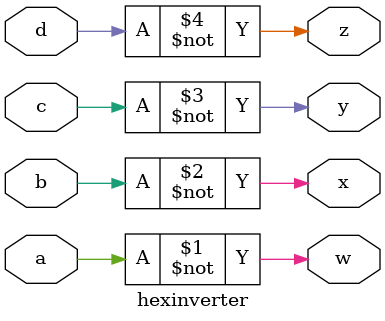
<source format=v>
module hexinverter(
input a,b,c,d,
output w,x,y,z);

not n1(w,a);
not n2(x,b);
not n3(y,c);
not n4(z,d);

endmodule

</source>
